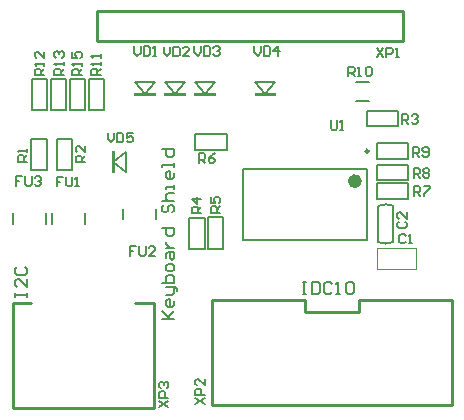
<source format=gto>
G04*
G04 #@! TF.GenerationSoftware,Altium Limited,Altium Designer,18.0.9 (584)*
G04*
G04 Layer_Color=65535*
%FSLAX24Y24*%
%MOIN*%
G70*
G01*
G75*
%ADD10C,0.0236*%
%ADD11C,0.0098*%
%ADD12C,0.0070*%
%ADD13C,0.0100*%
%ADD14C,0.0079*%
%ADD15C,0.0039*%
G36*
X36226Y31285D02*
Y30565D01*
X36336D01*
Y31285D01*
X36226D01*
D02*
G37*
G36*
X36973Y33136D02*
X37693D01*
Y33246D01*
X36973D01*
Y33136D01*
D02*
G37*
G36*
X37977D02*
X38697D01*
Y33246D01*
X37977D01*
Y33136D01*
D02*
G37*
G36*
X38971D02*
X39691D01*
Y33246D01*
X38971D01*
Y33136D01*
D02*
G37*
G36*
X40979D02*
X41699D01*
Y33246D01*
X40979D01*
Y33136D01*
D02*
G37*
D10*
X44439Y30295D02*
G03*
X44439Y30295I-118J0D01*
G01*
D11*
X44781Y31299D02*
G03*
X44781Y31299I-49J0D01*
G01*
D12*
X45610Y29471D02*
G03*
X45100Y29472I-256J-608D01*
G01*
Y28264D02*
G03*
X45610Y28264I255J609D01*
G01*
X34380Y30650D02*
X34892D01*
X34380Y31693D02*
X34892D01*
Y30650D02*
Y31693D01*
X34380Y30650D02*
Y31693D01*
X33533Y30650D02*
X34045D01*
X33533Y31693D02*
X34045D01*
Y30650D02*
Y31693D01*
X33533Y30650D02*
Y31693D01*
X45059Y30325D02*
Y30837D01*
X46103Y30325D02*
Y30837D01*
X45059Y30325D02*
X46103D01*
X45059Y30837D02*
X46103D01*
X46102Y29705D02*
Y30217D01*
X45059Y29705D02*
Y30217D01*
X46102D01*
X45059Y29705D02*
X46102D01*
X40049Y31339D02*
Y31850D01*
X39006Y31339D02*
Y31850D01*
X40049D01*
X39006Y31339D02*
X40049D01*
X39419Y28041D02*
X39931D01*
X39419Y29085D02*
X39931D01*
Y28041D02*
Y29085D01*
X39419Y28041D02*
Y29085D01*
X38809Y28031D02*
X39321D01*
X38809Y29075D02*
X39321D01*
Y28031D02*
Y29075D01*
X38809Y28031D02*
Y29075D01*
X45758Y32136D02*
Y32648D01*
X44715Y32136D02*
Y32648D01*
X45758D01*
X44715Y32136D02*
X45758D01*
X45059Y31043D02*
Y31555D01*
X46102Y31043D02*
Y31555D01*
X45059Y31043D02*
X46102D01*
X45059Y31555D02*
X46102D01*
X45099Y28268D02*
Y29468D01*
X45610Y28268D02*
Y29469D01*
X35453Y33701D02*
X35965D01*
X35453Y32657D02*
X35965D01*
X35453D02*
Y33701D01*
X35965Y32657D02*
Y33701D01*
X33553D02*
X34065D01*
X33553Y32657D02*
X34065D01*
X33553D02*
Y33701D01*
X34065Y32657D02*
Y33701D01*
X34193D02*
X34705D01*
X34193Y32657D02*
X34705D01*
X34193D02*
Y33701D01*
X34705Y32657D02*
Y33701D01*
X34823D02*
X35335D01*
X34823Y32657D02*
X35335D01*
X34823D02*
Y33701D01*
X35335Y32657D02*
Y33701D01*
D13*
X44461Y25939D02*
Y26339D01*
X42661Y25939D02*
Y26339D01*
X47561Y22839D02*
Y26339D01*
X39561Y22839D02*
Y26339D01*
X42661Y25939D02*
X44461D01*
Y26339D02*
X47561D01*
X39561D02*
X42661D01*
X39561Y22839D02*
X47561D01*
X35739Y35972D02*
X45939D01*
X35739Y34972D02*
X45939D01*
X35739D02*
Y35972D01*
X45939Y34972D02*
Y35972D01*
X37008Y26220D02*
X37638D01*
X32913D02*
X33543D01*
X32913Y22717D02*
X37638D01*
X32913D02*
Y26220D01*
X37638Y22717D02*
Y26220D01*
D14*
X36706Y30595D02*
Y31255D01*
X36276Y30925D02*
X36706Y31255D01*
X36276Y30925D02*
X36706Y30595D01*
X36585Y29026D02*
Y29380D01*
X37687Y29026D02*
Y29380D01*
X37003Y33616D02*
X37663D01*
X37003D02*
X37333Y33186D01*
X37663Y33616D01*
X38007D02*
X38667D01*
X38007D02*
X38337Y33186D01*
X38667Y33616D01*
X39001D02*
X39661D01*
X39001D02*
X39331Y33186D01*
X39661Y33616D01*
X41009D02*
X41669D01*
X41009D02*
X41339Y33186D01*
X41669Y33616D01*
X40581Y28327D02*
Y30689D01*
X44715Y28327D02*
Y30689D01*
X40581Y28327D02*
X44715D01*
X40581Y30689D02*
X44715D01*
X44350Y32953D02*
X44783D01*
X44350Y33583D02*
X44783D01*
X34213Y28868D02*
Y29222D01*
X35315Y28868D02*
Y29222D01*
X32933Y28868D02*
Y29222D01*
X34035Y28868D02*
Y29222D01*
X33002Y26437D02*
Y26568D01*
Y26503D01*
X33396D01*
Y26437D01*
Y26568D01*
Y27027D02*
Y26765D01*
X33133Y27027D01*
X33068D01*
X33002Y26962D01*
Y26831D01*
X33068Y26765D01*
Y27421D02*
X33002Y27355D01*
Y27224D01*
X33068Y27159D01*
X33330D01*
X33396Y27224D01*
Y27355D01*
X33330Y27421D01*
X42579Y26929D02*
X42710D01*
X42644D01*
Y26535D01*
X42579D01*
X42710D01*
X42907Y26929D02*
Y26535D01*
X43103D01*
X43169Y26601D01*
Y26863D01*
X43103Y26929D01*
X42907D01*
X43563Y26863D02*
X43497Y26929D01*
X43366D01*
X43300Y26863D01*
Y26601D01*
X43366Y26535D01*
X43497D01*
X43563Y26601D01*
X43694Y26535D02*
X43825D01*
X43759D01*
Y26929D01*
X43694Y26863D01*
X44022D02*
X44087Y26929D01*
X44219D01*
X44284Y26863D01*
Y26601D01*
X44219Y26535D01*
X44087D01*
X44022Y26601D01*
Y26863D01*
X37884Y25709D02*
X38278D01*
X38146D01*
X37884Y25971D01*
X38081Y25774D01*
X38278Y25971D01*
Y26299D02*
Y26168D01*
X38212Y26102D01*
X38081D01*
X38015Y26168D01*
Y26299D01*
X38081Y26365D01*
X38146D01*
Y26102D01*
X38015Y26496D02*
X38212D01*
X38278Y26561D01*
Y26758D01*
X38343D01*
X38409Y26693D01*
Y26627D01*
X38278Y26758D02*
X38015D01*
X37884Y26889D02*
X38278D01*
Y27086D01*
X38212Y27152D01*
X38146D01*
X38081D01*
X38015Y27086D01*
Y26889D01*
X38278Y27349D02*
Y27480D01*
X38212Y27545D01*
X38081D01*
X38015Y27480D01*
Y27349D01*
X38081Y27283D01*
X38212D01*
X38278Y27349D01*
X38015Y27742D02*
Y27873D01*
X38081Y27939D01*
X38278D01*
Y27742D01*
X38212Y27677D01*
X38146Y27742D01*
Y27939D01*
X38015Y28070D02*
X38278D01*
X38146D01*
X38081Y28136D01*
X38015Y28201D01*
Y28267D01*
X37884Y28726D02*
X38278D01*
Y28529D01*
X38212Y28464D01*
X38081D01*
X38015Y28529D01*
Y28726D01*
X37950Y29513D02*
X37884Y29448D01*
Y29316D01*
X37950Y29251D01*
X38015D01*
X38081Y29316D01*
Y29448D01*
X38146Y29513D01*
X38212D01*
X38278Y29448D01*
Y29316D01*
X38212Y29251D01*
X37884Y29644D02*
X38278D01*
X38081D01*
X38015Y29710D01*
Y29841D01*
X38081Y29907D01*
X38278D01*
Y30038D02*
Y30169D01*
Y30104D01*
X38015D01*
Y30038D01*
X38278Y30563D02*
Y30432D01*
X38212Y30366D01*
X38081D01*
X38015Y30432D01*
Y30563D01*
X38081Y30628D01*
X38146D01*
Y30366D01*
X38278Y30760D02*
Y30891D01*
Y30825D01*
X37884D01*
Y30760D01*
Y31350D02*
X38278D01*
Y31153D01*
X38212Y31088D01*
X38081D01*
X38015Y31153D01*
Y31350D01*
X38996Y22854D02*
X39311Y23064D01*
X38996D02*
X39311Y22854D01*
Y23169D02*
X38996D01*
Y23327D01*
X39049Y23379D01*
X39154D01*
X39206Y23327D01*
Y23169D01*
X39311Y23694D02*
Y23484D01*
X39101Y23694D01*
X39049D01*
X38996Y23641D01*
Y23537D01*
X39049Y23484D01*
X37795Y22766D02*
X38110Y22976D01*
X37795D02*
X38110Y22766D01*
Y23081D02*
X37795D01*
Y23238D01*
X37848Y23291D01*
X37953D01*
X38005Y23238D01*
Y23081D01*
X37848Y23395D02*
X37795Y23448D01*
Y23553D01*
X37848Y23605D01*
X37900D01*
X37953Y23553D01*
Y23500D01*
Y23553D01*
X38005Y23605D01*
X38058D01*
X38110Y23553D01*
Y23448D01*
X38058Y23395D01*
X45059Y34744D02*
X45269Y34429D01*
Y34744D02*
X45059Y34429D01*
X45374D02*
Y34744D01*
X45531D01*
X45584Y34692D01*
Y34587D01*
X45531Y34534D01*
X45374D01*
X45689Y34429D02*
X45794D01*
X45741D01*
Y34744D01*
X45689Y34692D01*
X36083Y31899D02*
Y31690D01*
X36188Y31585D01*
X36293Y31690D01*
Y31899D01*
X36398D02*
Y31585D01*
X36555D01*
X36607Y31637D01*
Y31847D01*
X36555Y31899D01*
X36398D01*
X36922D02*
X36712D01*
Y31742D01*
X36817Y31795D01*
X36870D01*
X36922Y31742D01*
Y31637D01*
X36870Y31585D01*
X36765D01*
X36712Y31637D01*
X40974Y34793D02*
Y34583D01*
X41079Y34478D01*
X41184Y34583D01*
Y34793D01*
X41289D02*
Y34478D01*
X41447D01*
X41499Y34531D01*
Y34741D01*
X41447Y34793D01*
X41289D01*
X41762Y34478D02*
Y34793D01*
X41604Y34636D01*
X41814D01*
X38976Y34793D02*
Y34583D01*
X39081Y34478D01*
X39186Y34583D01*
Y34793D01*
X39291D02*
Y34478D01*
X39449D01*
X39501Y34531D01*
Y34741D01*
X39449Y34793D01*
X39291D01*
X39606Y34741D02*
X39659Y34793D01*
X39764D01*
X39816Y34741D01*
Y34688D01*
X39764Y34636D01*
X39711D01*
X39764D01*
X39816Y34583D01*
Y34531D01*
X39764Y34478D01*
X39659D01*
X39606Y34531D01*
X37953Y34774D02*
Y34564D01*
X38058Y34459D01*
X38163Y34564D01*
Y34774D01*
X38268D02*
Y34459D01*
X38425D01*
X38478Y34511D01*
Y34721D01*
X38425Y34774D01*
X38268D01*
X38792Y34459D02*
X38582D01*
X38792Y34669D01*
Y34721D01*
X38740Y34774D01*
X38635D01*
X38582Y34721D01*
X36969Y34783D02*
Y34573D01*
X37073Y34469D01*
X37178Y34573D01*
Y34783D01*
X37283D02*
Y34469D01*
X37441D01*
X37493Y34521D01*
Y34731D01*
X37441Y34783D01*
X37283D01*
X37598Y34469D02*
X37703D01*
X37651D01*
Y34783D01*
X37598Y34731D01*
X43524Y32323D02*
Y32060D01*
X43576Y32008D01*
X43681D01*
X43734Y32060D01*
Y32323D01*
X43838Y32008D02*
X43943D01*
X43891D01*
Y32323D01*
X43838Y32270D01*
X35217Y33819D02*
X34902D01*
Y33976D01*
X34954Y34029D01*
X35059D01*
X35112Y33976D01*
Y33819D01*
Y33924D02*
X35217Y34029D01*
Y34134D02*
Y34239D01*
Y34186D01*
X34902D01*
X34954Y34134D01*
X34902Y34606D02*
Y34396D01*
X35059D01*
X35007Y34501D01*
Y34554D01*
X35059Y34606D01*
X35164D01*
X35217Y34554D01*
Y34449D01*
X35164Y34396D01*
X34616Y33839D02*
X34301D01*
Y33996D01*
X34354Y34048D01*
X34459D01*
X34511Y33996D01*
Y33839D01*
Y33944D02*
X34616Y34048D01*
Y34153D02*
Y34258D01*
Y34206D01*
X34301D01*
X34354Y34153D01*
Y34416D02*
X34301Y34468D01*
Y34573D01*
X34354Y34626D01*
X34406D01*
X34459Y34573D01*
Y34521D01*
Y34573D01*
X34511Y34626D01*
X34564D01*
X34616Y34573D01*
Y34468D01*
X34564Y34416D01*
X33967Y33829D02*
X33652D01*
Y33986D01*
X33704Y34039D01*
X33809D01*
X33862Y33986D01*
Y33829D01*
Y33934D02*
X33967Y34039D01*
Y34144D02*
Y34249D01*
Y34196D01*
X33652D01*
X33704Y34144D01*
X33967Y34616D02*
Y34406D01*
X33757Y34616D01*
X33704D01*
X33652Y34563D01*
Y34458D01*
X33704Y34406D01*
X35846Y33839D02*
X35532D01*
Y33996D01*
X35584Y34048D01*
X35689D01*
X35742Y33996D01*
Y33839D01*
Y33944D02*
X35846Y34048D01*
Y34153D02*
Y34258D01*
Y34206D01*
X35532D01*
X35584Y34153D01*
X35846Y34416D02*
Y34521D01*
Y34468D01*
X35532D01*
X35584Y34416D01*
X44104Y33799D02*
Y34114D01*
X44262D01*
X44314Y34062D01*
Y33957D01*
X44262Y33904D01*
X44104D01*
X44209D02*
X44314Y33799D01*
X44419D02*
X44524D01*
X44472D01*
Y34114D01*
X44419Y34062D01*
X44682D02*
X44734Y34114D01*
X44839D01*
X44891Y34062D01*
Y33852D01*
X44839Y33799D01*
X44734D01*
X44682Y33852D01*
Y34062D01*
X46260Y31112D02*
Y31427D01*
X46417D01*
X46470Y31375D01*
Y31270D01*
X46417Y31217D01*
X46260D01*
X46365D02*
X46470Y31112D01*
X46575Y31165D02*
X46627Y31112D01*
X46732D01*
X46785Y31165D01*
Y31375D01*
X46732Y31427D01*
X46627D01*
X46575Y31375D01*
Y31322D01*
X46627Y31270D01*
X46785D01*
X46280Y30413D02*
Y30728D01*
X46437D01*
X46489Y30676D01*
Y30571D01*
X46437Y30518D01*
X46280D01*
X46384D02*
X46489Y30413D01*
X46594Y30676D02*
X46647Y30728D01*
X46752D01*
X46804Y30676D01*
Y30623D01*
X46752Y30571D01*
X46804Y30518D01*
Y30466D01*
X46752Y30413D01*
X46647D01*
X46594Y30466D01*
Y30518D01*
X46647Y30571D01*
X46594Y30623D01*
Y30676D01*
X46647Y30571D02*
X46752D01*
X46299Y29813D02*
Y30128D01*
X46457D01*
X46509Y30075D01*
Y29970D01*
X46457Y29918D01*
X46299D01*
X46404D02*
X46509Y29813D01*
X46614Y30128D02*
X46824D01*
Y30075D01*
X46614Y29865D01*
Y29813D01*
X39134Y30906D02*
Y31220D01*
X39291D01*
X39344Y31168D01*
Y31063D01*
X39291Y31010D01*
X39134D01*
X39239D02*
X39344Y30906D01*
X39659Y31220D02*
X39554Y31168D01*
X39449Y31063D01*
Y30958D01*
X39501Y30906D01*
X39606D01*
X39659Y30958D01*
Y31010D01*
X39606Y31063D01*
X39449D01*
X39833Y29242D02*
X39518D01*
Y29400D01*
X39570Y29452D01*
X39675D01*
X39728Y29400D01*
Y29242D01*
Y29347D02*
X39833Y29452D01*
X39518Y29767D02*
Y29557D01*
X39675D01*
X39623Y29662D01*
Y29714D01*
X39675Y29767D01*
X39780D01*
X39833Y29714D01*
Y29609D01*
X39780Y29557D01*
X39203Y29232D02*
X38888D01*
Y29390D01*
X38940Y29442D01*
X39045D01*
X39098Y29390D01*
Y29232D01*
Y29337D02*
X39203Y29442D01*
Y29705D02*
X38888D01*
X39045Y29547D01*
Y29757D01*
X45896Y32215D02*
Y32529D01*
X46053D01*
X46106Y32477D01*
Y32372D01*
X46053Y32320D01*
X45896D01*
X46001D02*
X46106Y32215D01*
X46211Y32477D02*
X46263Y32529D01*
X46368D01*
X46420Y32477D01*
Y32424D01*
X46368Y32372D01*
X46315D01*
X46368D01*
X46420Y32320D01*
Y32267D01*
X46368Y32215D01*
X46263D01*
X46211Y32267D01*
X35335Y30935D02*
X35020D01*
Y31092D01*
X35072Y31145D01*
X35177D01*
X35230Y31092D01*
Y30935D01*
Y31040D02*
X35335Y31145D01*
Y31460D02*
Y31250D01*
X35125Y31460D01*
X35072D01*
X35020Y31407D01*
Y31302D01*
X35072Y31250D01*
X33406Y30945D02*
X33091D01*
Y31102D01*
X33143Y31155D01*
X33248D01*
X33301Y31102D01*
Y30945D01*
Y31050D02*
X33406Y31155D01*
Y31260D02*
Y31365D01*
Y31312D01*
X33091D01*
X33143Y31260D01*
X33232Y30453D02*
X33022D01*
Y30295D01*
X33127D01*
X33022D01*
Y30138D01*
X33337Y30453D02*
Y30190D01*
X33389Y30138D01*
X33494D01*
X33546Y30190D01*
Y30453D01*
X33651Y30400D02*
X33704Y30453D01*
X33809D01*
X33861Y30400D01*
Y30348D01*
X33809Y30295D01*
X33756D01*
X33809D01*
X33861Y30243D01*
Y30190D01*
X33809Y30138D01*
X33704D01*
X33651Y30190D01*
X37031Y28120D02*
X36821D01*
Y27963D01*
X36926D01*
X36821D01*
Y27805D01*
X37136Y28120D02*
Y27858D01*
X37188Y27805D01*
X37293D01*
X37346Y27858D01*
Y28120D01*
X37660Y27805D02*
X37451D01*
X37660Y28015D01*
Y28068D01*
X37608Y28120D01*
X37503D01*
X37451Y28068D01*
X34590Y30433D02*
X34380D01*
Y30276D01*
X34485D01*
X34380D01*
Y30118D01*
X34695Y30433D02*
Y30171D01*
X34747Y30118D01*
X34852D01*
X34905Y30171D01*
Y30433D01*
X35010Y30118D02*
X35115D01*
X35062D01*
Y30433D01*
X35010Y30380D01*
X45791Y28940D02*
X45738Y28888D01*
Y28783D01*
X45791Y28730D01*
X46001D01*
X46053Y28783D01*
Y28888D01*
X46001Y28940D01*
X46053Y29255D02*
Y29045D01*
X45843Y29255D01*
X45791D01*
X45738Y29203D01*
Y29098D01*
X45791Y29045D01*
X46017Y28481D02*
X45965Y28533D01*
X45860D01*
X45807Y28481D01*
Y28271D01*
X45860Y28219D01*
X45965D01*
X46017Y28271D01*
X46122Y28219D02*
X46227D01*
X46174D01*
Y28533D01*
X46122Y28481D01*
D15*
X45059Y28071D02*
X46358D01*
X45059Y27362D02*
X46358D01*
X45059D02*
Y28071D01*
X46358Y27362D02*
Y28071D01*
M02*

</source>
